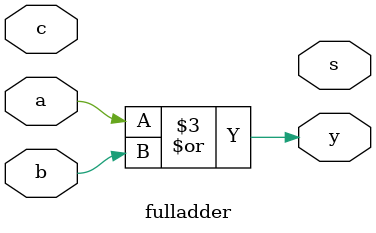
<source format=v>
`timescale 1ns / 1ps
module fulladder(a,b,c,s,y);
    input a,b,c;
    output s,y;
    assign sum=a^b^c;
	 assign y=a|b;
endmodule

</source>
